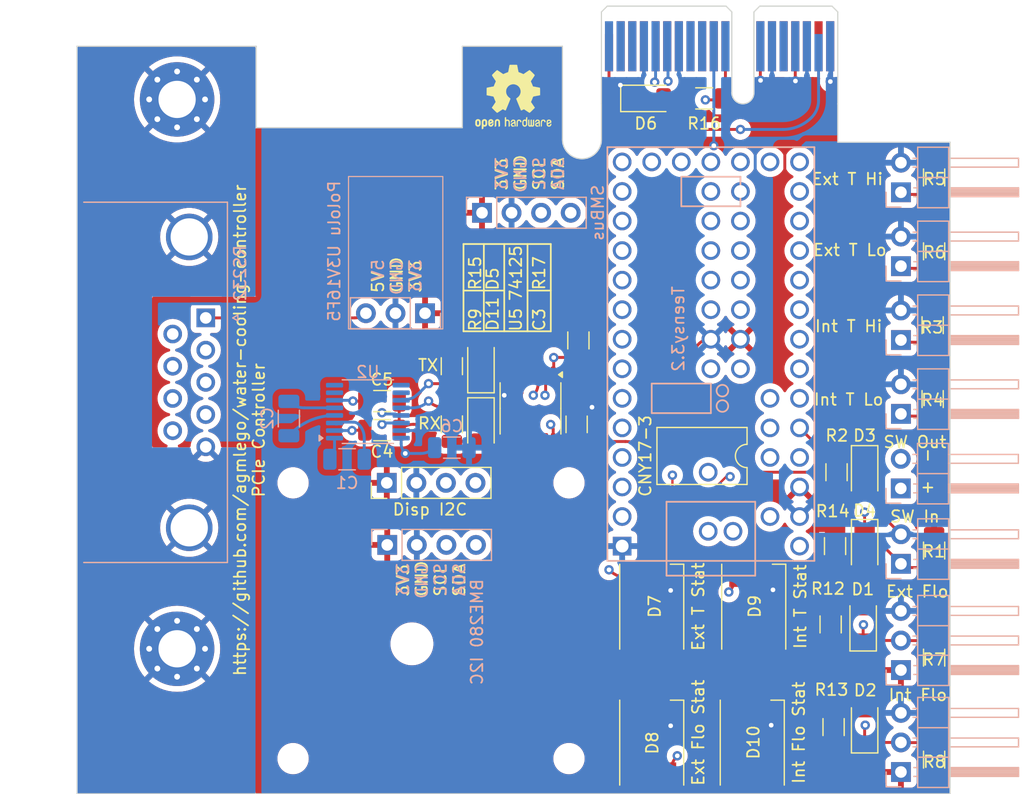
<source format=kicad_pcb>
(kicad_pcb (version 20240108) (generator "pcbnew") (generator_version "8.0")
  (layers (0 "F.Cu" signal) (1 "In1.Cu" signal) (2 "In2.Cu" signal) (31 "B.Cu" signal) (34 "B.Paste" user) (35 "F.Paste" user) (36 "B.SilkS" user "B.Silkscreen") (37 "F.SilkS" user "F.Silkscreen") (38 "B.Mask" user) (39 "F.Mask" user) (44 "Edge.Cuts" user))
  (net 0 "")
  (net 1 "GND")
  (net 2 "+5V")
  (net 3 "EXT_FLOW")
  (net 4 "Net-(D1-A)")
  (net 5 "INT_FLOW")
  (net 6 "Net-(D2-A)")
  (net 7 "Net-(D3-A)")
  (net 8 "FP_PWR_IN")
  (net 9 "Net-(D4-A)")
  (net 10 "Net-(D5-A)")
  (net 11 "Net-(D6-A)")
  (net 12 "Net-(D7-DOUT)")
  (net 13 "Net-(D7-DIN)")
  (net 14 "Net-(D8-DOUT)")
  (net 15 "Net-(D10-DIN)")
  (net 17 "Earth")
  (net 18 "/#PRSNT")
  (net 25 "#PERST")
  (net 30 "SMCLK")
  (net 31 "SMDAT")
  (net 33 "+3.3V")
  (net 38 "Net-(U2-C1+)")
  (net 41 "INT_TEMP_HI")
  (net 42 "GNDA")
  (net 43 "INT_TEMP_LO")
  (net 44 "EXT_TEMP_HI")
  (net 45 "EXT_TEMP_LO")
  (net 46 "I2C_SCL")
  (net 47 "I2C_SDA")
  (net 48 "/FP_PWR+")
  (net 49 "/FP_PWR-")
  (net 50 "FP_PWR_OUT")
  (net 64 "Net-(U2-C1-)")
  (net 65 "Net-(U2-C2+)")
  (net 67 "Net-(U2-C2-)")
  (net 86 "Net-(U2-VS+)")
  (net 87 "Net-(U2-VS-)")
  (net 105 "/232RX")
  (net 106 "/232TX")
  (net 107 "/TTLRX")
  (net 108 "/TTLTX")
  (net 109 "/RGB_EN")
  (net 110 "/RGB_DOUT")
  (net 111 "Net-(D11-A)")
  (footprint "Resistor_SMD:R_1206_3216Metric" (layer "F.Cu") (at 169.037 99.695 90)
    (property "Reference" "R12")
    (property "Value" "220" (hide yes))
  )
  (footprint "LED_SMD:LED_1206_3216Metric" (layer "F.Cu") (at 139 82.5 -90)
    (property "Reference" "D11")
    (property "Value" "GREEN")
  )
  (footprint "Resistor_SMD:R_1206_3216Metric" (layer "F.Cu") (at 177.927 102.5505 90)
    (property "Reference" "R7")
    (property "Value" "10k" (hide yes))
  )
  (footprint "Resistor_SMD:R_1206_3216Metric" (layer "F.Cu") (at 177.927 111.3175 90)
    (property "Reference" "R8")
    (property "Value" "10k" (hide yes))
  )
  (footprint "LED_SMD:LED_1206_3216Metric" (layer "F.Cu") (at 171.958 86.614 -90)
    (property "Reference" "D3")
    (property "Value" "GREEN" (hide yes))
  )
  (footprint "Package_DIP:SMDIP-6_W7.62mm" (layer "F.Cu") (at 157.988 85.217 -90)
    (property "Reference" "U3" (hide yes))
    (property "Value" "CNY17-3")
  )
  (footprint "Resistor_SMD:R_1206_3216Metric" (layer "F.Cu") (at 177.927 93.345 -90)
    (property "Reference" "R1")
    (property "Value" "10k" (hide yes))
  )
  (footprint "Resistor_SMD:R_1206_3216Metric" (layer "F.Cu") (at 177.8 73.9755 -90)
    (property "Reference" "R3")
    (property "Value" "100k" (hide yes))
  )
  (footprint "Resistor_SMD:R_1206_3216Metric" (layer "F.Cu") (at 147.3708 75.2856 -90)
    (property "Reference" "R17")
    (property "Value" "10k" (hide yes))
  )
  (footprint "LED_SMD:LED_WS2812B_PLCC4_5.0x5.0mm_P3.2mm" (layer "F.Cu") (at 162.433 98.171 90)
    (property "Reference" "D9")
    (property "Value" "Int T Stat")
  )
  (footprint "MountingHole:MountingHole_2.2mm_M2" (layer "F.Cu") (at 146.5616 111.2284)
    (property "Reference" "H6" (hide yes))
    (property "Value" "OLED" (hide yes))
  )
  (footprint "Resistor_SMD:R_1206_3216Metric" (layer "F.Cu") (at 169.545 86.614 90)
    (property "Reference" "R2")
    (property "Value" "200" (hide yes))
  )
  (footprint "Resistor_SMD:R_1206_3216Metric" (layer "F.Cu") (at 158.1765 54.483 180)
    (property "Reference" "R16")
    (property "Value" "220" (hide yes))
  )
  (footprint "Resistor_SMD:R_1206_3216Metric" (layer "F.Cu") (at 177.927 61.2755 -90)
    (property "Reference" "R5")
    (property "Value" "100k" (hide yes))
  )
  (footprint "Resistor_SMD:R_1206_3216Metric" (layer "F.Cu") (at 177.927 67.6255 -90)
    (property "Reference" "R6")
    (property "Value" "100k" (hide yes))
  )
  (footprint "LED_SMD:LED_1206_3216Metric" (layer "F.Cu") (at 153.289 54.483)
    (property "Reference" "D6")
    (property "Value" "GREEN" (hide yes))
  )
  (footprint "Capacitor_SMD:C_1206_3216Metric" (layer "F.Cu") (at 147.2184 82.4992 90)
    (property "Reference" "C3")
    (property "Value" "0.1uF" (hide yes))
  )
  (footprint "MountingHole:MountingHole_3.2mm_M3_Pad_Via" (layer "F.Cu") (at 112.9 54.57)
    (property "Reference" "H1" (hide yes))
    (property "Value" "PCIe Bracket" (hide yes))
  )
  (footprint "Connector_PinHeader_2.54mm:PinHeader_1x04_P2.54mm_Vertical" (layer "F.Cu") (at 130.9116 87.5284 90)
    (property "Reference" "J8" (hide yes))
    (property "Value" "Disp I2C")
  )
  (footprint "Symbol:OSHW-Logo2_7.3x6mm_SilkScreen" (layer "F.Cu") (at 141.7828 54.356)
    (property "Reference" "REF**" (hide yes))
    (property "Value" "OSHW-Logo2_7.3x6mm_SilkScreen" (hide yes))
  )
  (footprint "MountingHole:MountingHole_2.2mm_M2" (layer "F.Cu") (at 146.5616 87.5284)
    (property "Reference" "H4" (hide yes))
    (property "Value" "OLED" (hide yes))
  )
  (footprint "MountingHole:MountingHole_2.2mm_M2" (layer "F.Cu") (at 122.8616 111.2284)
    (property "Reference" "H5" (hide yes))
    (property "Value" "OLED" (hide yes))
  )
  (footprint "MountingHole:MountingHole_2.2mm_M2" (layer "F.Cu") (at 122.8616 87.5284)
    (property "Reference" "H3" (hide yes))
    (property "Value" "OLED" (hide yes))
  )
  (footprint "LED_SMD:LED_WS2812B_PLCC4_5.0x5.0mm_P3.2mm" (layer "F.Cu") (at 153.67 109.855 90)
    (property "Reference" "D8")
    (property "Value" "Ext Flo Stat")
  )
  (footprint "Capacitor_SMD:C_1206_3216Metric" (layer "F.Cu") (at 130.5 80.5)
    (property "Reference" "C5")
    (property "Value" "0.1uF")
  )
  (footprint "LED_SMD:LED_WS2812B_PLCC4_5.0x5.0mm_P3.2mm" (layer "F.Cu") (at 153.67 98.171 90)
    (property "Reference" "D7")
    (property "Value" "Ext T Stat")
  )
  (footprint "Resistor_SMD:R_1206_3216Metric" (layer "F.Cu") (at 136.5 82.5 -90)
    (property "Reference" "R9")
    (property "Value" "220")
  )
  (footprint "Resistor_SMD:R_1206_3216Metric" (layer "F.Cu") (at 169.291 108.5195 90)
    (property "Reference" "R13")
    (property "Value" "220" (hide yes))
  )
  (footprint "Capacitor_SMD:C_1206_3216Metric" (layer "F.Cu") (at 130.5 83 180)
    (property "Reference" "C4")
    (property "Value" "0.1uF")
  )
  (footprint "LED_SMD:LED_1206_3216Metric" (layer "F.Cu") (at 171.831 99.695 90)
    (property "Reference" "D1")
    (property "Value" "GREEN" (hide yes))
  )
  (footprint "LED_SMD:LED_1206_3216Metric" (layer "F.Cu") (at 139 77.5 90)
    (property "Reference" "D5")
    (property "Value" "GREEN" (hide yes))
  )
  (footprint "Package_SO:TSSOP-14_4.4x5mm_P0.65mm" (layer "F.Cu") (at 143.256 81.1276 -90)
    (property "Reference" "U5")
    (property "Value" "74125")
  )
  (footprint "LED_SMD:LED_1206_3216Metric" (layer "F.Cu") (at 171.958 108.458 90)
    (property "Reference" "D2")
    (property "Value" "GREEN" (hide yes))
  )
  (footprint "LED_SMD:LED_1206_3216Metric" (layer "F.Cu") (at 171.958 92.964 -90)
    (property "Reference" "D4")
    (property "Value" "GREEN" (hide yes))
  )
  (footprint "Resistor_SMD:R_1206_3216Metric" (layer "F.Cu") (at 169.418 92.964 -90)
    (property "Reference" "R14")
    (property "Value" "220" (hide yes))
  )
  (footprint "LED_SMD:LED_WS2812B_PLCC4_5.0x5.0mm_P3.2mm" (layer "F.Cu") (at 162.306 109.855 90)
    (property "Reference" "D10")
    (property "Value" "Int Flo Stat")
  )
  (footprint "Resistor_SMD:R_1206_3216Metric" (layer "F.Cu") (at 177.8 80.3255 -90)
    (property "Reference" "R4")
    (property "Value" "100k" (hide yes))
  )
  (footprint "Resistor_SMD:R_1206_3216Metric" (layer "F.Cu") (at 136.5 77.5 90)
    (property "Reference" "R15")
    (property "Value" "220" (hide yes))
  )
  (footprint "MountingHole:MountingHole_3.2mm_M3" (layer "F.Cu") (at 133.0706 101.3624)
    (property "Reference" "H7" (hide yes))
    (property "Value" "BME280" (hide yes))
  )
  (footprint "MountingHole:MountingHole_3.2mm_M3_Pad_Via" (layer "F.Cu") (at 112.9 101.79)
    (property "Reference" "H2" (hide yes))
    (property "Value" "PCIe Bracket" (hide yes))
  )
  (footprint "Capacitor_SMD:C_1206_3216Metric" (layer "B.Cu") (at 136.5 84.5 180)
    (property "Reference" "C6")
    (property "Value" "0.1uF")
  )
  (footprint "Connector_PinHeader_2.54mm:PinHeader_1x02_P2.54mm_Horizontal" (layer "B.Cu") (at 175.076 62.5505)
    (property "Reference" "J5" (hide yes))
    (property "Value" "Ext T Hi")
  )
  (footprint "Connector_Dsub:DSUB-9_Female_Horizontal_P2.77x2.84mm_EdgePinOffset7.70mm_Housed_MountingHolesOffset9.12mm" (layer "B.Cu") (at 115.362 73.35 90)
    (property "Reference" "J2" (hide yes))
    (property "Value" "RS232")
  )
  (footprint "Connector_PinHeader_2.54mm:PinHeader_1x02_P2.54mm_Horizontal" (layer "B.Cu") (at 175.076 94.488)
    (property "Reference" "J11" (hide yes))
    (property "Value" "SW In")
  )
  (footprint "Connector_PinHeader_2.54mm:PinHeader_1x03_P2.54mm_Horizontal" (layer "B.Cu") (at 175.076 112.38)
    (property "Reference" "J9" (hide yes))
    (property "Value" "Int Flo")
  )
  (footprint "Connector_PinHeader_2.54mm:PinHeader_1x02_P2.54mm_Horizontal" (layer "B.Cu") (at 175.063 88.006)
    (property "Reference" "J12" (hide yes))
    (property "Value" "SW Out")
  )
  (footprint "Connector_PinHeader_2.54mm:PinHeader_1x03_P2.54mm_Vertical" (layer "B.Cu") (at 134.1986 72.9488 90)
    (property "Reference" "U4" (hide yes))
    (property "Value" "Pololu U3V16F5")
  )
  (footprint "Capacitor_SMD:C_1206_3216Metric" (layer "B.Cu") (at 122.5 82 -90)
    (property "Reference" "C2")
    (property "Value" "0.1uF")
  )
  (footprint "Package_SO:TSSOP-16_4.4x5mm_P0.65mm" (layer "B.Cu") (at 129.286 81.407)
    (property "Reference" "U2")
    (property "Value" "MAX3232")
  )
  (footprint "Connector_PinHeader_2.54mm:PinHeader_1x04_P2.54mm_Vertical" (layer "B.Cu") (at 139.0904 64.3128 -90)
    (property "Reference" "J13" (hide yes))
    (property "Value" "SMBus")
  )
  (footprint "Connector_PinHeader_2.54mm:PinHeader_1x03_P2.54mm_Horizontal" (layer "B.Cu") (at 175.076 103.617)
    (property "Reference" "J10" (hide yes))
    (property "Value" "Ext Flo")
  )
  (footprint "Connector_PinHeader_2.54mm:PinHeader_1x02_P2.54mm_Horizontal" (layer "B.Cu") (at 175.076 81.6005)
    (property "Reference" "J4" (hide yes))
    (property "Value" "Int T Lo")
  )
  (footprint "Capacitor_SMD:C_1206_3216Metric" (layer "B.Cu") (at 127.5 85.5 180)
    (property "Reference" "C1")
    (property "Value" "0.1uF" (hide yes))
  )
  (footprint "Connector_PinHeader_2.54mm:PinHeader_1x04_P2.54mm_Vertical" (layer "B.Cu") (at 130.9506 92.8624 -90)
    (property "Reference" "J7" (hide yes))
    (property "Value" "BME280 I2C")
  )
  (footprint "Connector_PinHeader_2.54mm:PinHeader_1x02_P2.54mm_Horizontal" (layer "B.Cu") (at 175.076 68.9005)
    (property "Reference" "J6" (hide yes))
    (property "Value" "Ext T Lo")
  )
  (footprint "Connector_PCBEdge:BUS_PCIexpress_x1" (layer "B.Cu") (at 150 50)
    (property "Reference" "J1" (hide yes))
    (property "Value" "Bus_PCI_Express_x1" (hide yes))
    (fp_line (start -0.65 -2.95) (end -0.15 -3.45) (stroke (width 0.1)) (layer "Edge.Cuts"))
    (fp_line (start -0.65 4.95) (end -0.65 -2.95) (stroke (width 0.1)) (layer "Edge.Cuts"))
    (fp_line (start -0.15 -3.45) (end 10.05 -3.45) (stroke (width 0.1)) (layer "Edge.Cuts"))
    (fp_line (start 10.55 -2.95) (end 10.05 -3.45) (stroke (width 0.1)) (layer "Edge.Cuts"))
    (fp_line (start 10.55 4) (end 10.55 -2.95) (stroke (width 0.1)) (layer "Edge.Cuts"))
    (fp_line (start 12.45 -2.95) (end 12.95 -3.45) (stroke (width 0.1)) (layer "Edge.Cuts"))
    (fp_line (start 12.45 4) (end 12.45 -2.95) (stroke (width 0.1)) (layer "Edge.Cuts"))
    (fp_line (start 12.95 -3.45) (end 19.15 -3.45) (stroke (width 0.1)) (layer "Edge.Cuts"))
    (fp_line (start 19.65 -2.95) (end 19.15 -3.45) (stroke (width 0.1)) (layer "Edge.Cuts"))
    (fp_line (start 19.65 4.95) (end 19.65 -2.95) (stroke (width 0.1)) (layer "Edge.Cuts"))
    (fp_arc (start 12.45 4) (mid 11.5 4.95) (end 10.55 4) (stroke (width 0.1)) (layer "Edge.Cuts"))
  )
  (footprint "teensy:Teensy30_31_32_All_Pins" (layer "B.Cu") (at 158.75 76.454 90)
    (property "Reference" "U1" (hide yes))
    (property "Value" "Teensy3.2")
  )
  (footprint "Connector_PinHeader_2.54mm:PinHeader_1x02_P2.54mm_Horizontal" (layer "B.Cu") (at 175.076 75.2505)
    (property "Reference" "J3" (hide yes))
    (property "Value" "Int T Hi")
  )
  (gr_rect (start 127.6236 61.1973) (end 135.7236 74.2973) (stroke (width 0.1)) (fill none) (layer "B.SilkS"))
  (gr_line (start 141 71) (end 137.5 71) (stroke (width 0.15)) (layer "F.SilkS"))
  (gr_line (start 143 74.5) (end 143 67) (stroke (width 0.15)) (layer "F.SilkS"))
  (gr_line (start 145 74.5) (end 137.5 74.5) (stroke (width 0.15)) (layer "F.SilkS"))
  (gr_line (start 141 67) (end 141 74.5) (stroke (width 0.15)) (layer "F.SilkS"))
  (gr_line (start 137.5 67) (end 145 67) (stroke (width 0.15)) (layer "F.SilkS"))
  (gr_line (start 143 71) (end 145 71) (stroke (width 0.15)) (layer "F.SilkS"))
  (gr_line (start 145 67) (end 145 74.5) (stroke (width 0.15)) (layer "F.SilkS"))
  (gr_line (start 137.5 74.5) (end 137.5 67) (stroke (width 0.15)) (layer "F.SilkS"))
  (gr_line (start 139.25 74.5) (end 139.25 67) (stroke (width 0.15)) (layer "F.SilkS"))
  (gr_line (start 119.7 50) (end 119.7 57) (stroke (width 0.1)) (layer "Edge.Cuts"))
  (gr_line (start 104.3 50) (end 119.7 50) (stroke (width 0.1)) (layer "Edge.Cuts"))
  (gr_line (start 169.65 54.95) (end 169.65 58.25) (stroke (width 0.1)) (layer "Edge.Cuts"))
  (gr_line (start 137.4 57) (end 119.7 57) (stroke (width 0.1)) (layer "Edge.Cuts"))
  (gr_line (start 179.3 114.25) (end 179.3 58.25) (stroke (width 0.1)) (layer "Edge.Cuts"))
  (gr_line (start 146 50) (end 146 58) (stroke (width 0.1)) (layer "Edge.Cuts"))
  (gr_line (start 104.3 114.25) (end 179.3 114.25) (stroke (width 0.1)) (layer "Edge.Cuts"))
  (gr_arc (start 149.352 58) (mid 147.676 59.676) (end 146 58) (stroke (width 0.1)) (layer "Edge.Cuts"))
  (gr_line (start 149.352 58) (end 149.352 54.95) (stroke (width 0.1)) (layer "Edge.Cuts"))
  (gr_line (start 137.4 57) (end 137.4 50) (stroke (width 0.1)) (layer "Edge.Cuts"))
  (gr_line (start 104.3 50) (end 104.3 114.25) (stroke (width 0.1)) (layer "Edge.Cuts"))
  (gr_line (start 137.4 50) (end 146 50) (stroke (width 0.1)) (layer "Edge.Cuts"))
  (gr_line (start 179.3 58.25) (end 169.65 58.25) (stroke (width 0.1)) (layer "Edge.Cuts"))
  (gr_text "3V3\nGND\nSCL\nSDA" (at 146.2024 59.436 90) (layer "B.SilkS") (effects (font (size 1 1)) (justify left bottom mirror)))
  (gr_text "5V\nGND\n3V3" (at 133.9596 68.2244 90) (layer "B.SilkS") (effects (font (size 1 1)) (justify left bottom mirror)))
  (gr_text "3V3\nGND\nSCL\nSDA" (at 137.7188 94.3356 90) (layer "B.SilkS") (effects (font (size 1 1)) (justify left bottom mirror)))
  (gr_text "3V3\nGND\nSCL\nSDA" (at 137.7188 97.3836 90) (layer "F.SilkS") (effects (font (size 1 1)) (justify left bottom)))
  (gr_text "5V\nGND\n3V3" (at 133.9596 71.2724 90) (layer "F.SilkS") (effects (font (size 1 1)) (justify left bottom)))
  (gr_text "RX" (at 133.5 83 0) (layer "F.SilkS") (effects (font (size 1 1)) (justify left bottom)))
  (gr_text "https://github.com/agmlego/water-cooling-controller\nPCIe Controller" (at 120.5 83 90) (layer "F.SilkS") (effects (font (size 1 1)) (justify bottom)))
  (gr_text "+  -" (at 177.9016 88.646 90) (layer "F.SilkS") (effects (font (size 1 1)) (justify left bottom)))
  (gr_text "TX" (at 133.5 78 0) (layer "F.SilkS") (effects (font (size 1 1)) (justify left bottom)))
  (gr_text "3V3\nGND\nSCL\nSDA" (at 146.2024 62.484 90) (layer "F.SilkS") (effects (font (size 1 1)) (justify left bottom)))
  (segment (start 147.2184 81.0242) (end 148.534855 81.0242) (width 0.25) (layer "F.Cu") (net 1))
  (segment (start 139 78.9) (end 139 81.1) (width 0.25) (layer "F.Cu") (net 1))
  (segment (start 175.076 91.948) (end 173.971318 90.843318) (width 0.25) (layer "F.Cu") (net 1))
  (segment (start 141.306 78.2651) (end 140.532784 78.2651) (width 0.25) (layer "F.Cu") (net 1))
  (segment (start 169 50) (end 169 53.007196) (width 0.25) (layer "F.Cu") (net 1))
  (segment (start 164.083 95.721) (end 164.083 96.720786) (width 0.25) (layer "F.Cu") (net 1))
  (segment (start 131.975 80.5) (end 131.975 83) (width 0.25) (layer "F.Cu") (net 1))
  (segment (start 155.32 107.405) (end 155.32 108.348294) (width 0.25) (layer "F.Cu") (net 1))
  (segment (start 166 50) (end 166 52.949636) (width 0.25) (layer "F.Cu") (net 1))
  (segment (start 173.482 89.662) (end 173.482 87.385025) (width 0.25) (layer "F.Cu") (net 1))
  (segment (start 158.75 75.184) (end 158.653815 75.184) (width 0.25) (layer "F.Cu") (net 1))
  (segment (start 163.956 107.405) (end 163.956 108.297494) (width 0.25) (layer "F.Cu") (net 1))
  (segment (start 157.226 76.79142) (end 157.226 79.56737) (width 0.25) (layer "F.Cu") (net 1))
  (segment (start 141.306 78.2651) (end 141.306 79.261251) (width 0.25) (layer "F.Cu") (net 1))
  (segment (start 155.32 95.721) (end 155.32 96.715094) (width 0.25) (layer "F.Cu") (net 1))
  (segment (start 151.725234 54.087634) (end 150.9776 53.34) (width 0.25) (layer "F.Cu") (net 1))
  (segment (start 172.847 85.852) (end 172.386484 85.391484) (width 0.25) (layer "F.Cu") (net 1))
  (segment (start 163 50) (end 163 52.892076) (width 0.25) (layer "F.Cu") (net 1))
  (segment (start 135.620102 82.5) (end 133.182106 82.5) (width 0.25) (layer "F.Cu") (net 1))
  (segment (start 153 50) (end 153 51.800809) (width 0.25) (layer "F.Cu") (net 1))
  (via (at 155.2956 96.774) (size 0.8) (drill 0.4) (layers "F.Cu" "B.Cu") (net 1))
  (via (at 141 80) (size 0.8) (drill 0.4) (layers "F.Cu" "B.Cu") (net 1))
  (via (at 163.9316 108.3564) (size 0.8) (drill 0.4) (layers "F.Cu" "B.Cu") (net 1))
  (via (at 148.5392 81.026) (size 0.8) (drill 0.4) (layers "F.Cu" "B.Cu") (net 1))
  (via (at 166.0144 52.9844) (size 0.8) (drill 0.4) (layers "F.Cu" "B.Cu") (net 1))
  (via (at 150.9776 53.34) (size 0.8) (drill 0.4) (layers "F.Cu" "B.Cu") (net 1))
  (via (at 169.0116 53.0352) (size 0.8) (drill 0.4) (layers "F.Cu" "B.Cu") (net 1))
  (via (at 155.2956 108.4072) (size 0.8) (drill 0.4) (layers "F.Cu" "B.Cu") (net 1))
  (via (at 163.0172 52.9336) (size 0.8) (drill 0.4) (layers "F.Cu" "B.Cu") (net 1))
  (via (at 164.084 96.7232) (size 0.8) (drill 0.4) (layers "F.Cu" "B.Cu") (net 1))
  (arc (start 139 81.1) (mid 137.44929 82.136152) (end 135.620102 82.5) (width 0.25) (layer "F.Cu") (net 1))
  (arc (start 173.482 87.385025) (mid 173.316969 86.555358) (end 172.847 85.852) (width 0.25) (layer "F.Cu") (net 1))
  (arc (start 169 53.007196) (mid 169.003014 53.022351) (end 169.0116 53.0352) (width 0.25) (layer "F.Cu") (net 1))
  (arc (start 141.306 79.261251) (mid 141.226473 79.661059) (end 141 80) (width 0.25) (layer "F.Cu") (net 1))
  (arc (start 166 52.949636) (mid 166.003742 52.96845) (end 166.0144 52.9844) (width 0.25) (layer "F.Cu") (net 1))
  (arc (start 155.32 96.715094) (mid 155.313658 96.746973) (end 155.2956 96.774) (width 0.25) (layer "F.Cu") (net 1))
  (arc (start 155.32 108.348294) (mid 155.313658 108.380173) (end 155.2956 108.4072) (width 0.25) (layer "F.Cu") (net 1))
  (arc (start 172.386484 85.391484) (mid 172.189894 85.260126) (end 171.958 85.214) (width 0.25) (layer "F.Cu") (net 1))
  (arc (start 140.532784 78.2651) (mid 139.703248 78.430105) (end 139 78.9) (width 0.25) (layer "F.Cu") (net 1))
  (arc (start 163.956 108.297494) (mid 163.949658 108.329373) (end 163.9316 108.3564) (width 0.25) (layer "F.Cu") (net 1))
  (arc (start 153 51.800809) (mid 152.711261 53.2524) (end 151.889 54.483) (width 0.25) (layer "F.Cu") (net 1))
  (arc (start 158.653815 75.184) (mid 158.156015 75.283018) (end 157.734 75.565) (width 0.25) (layer "F.Cu") (net 1))
  (arc (start 157.226 79.56737) (mid 157.424037 80.56297) (end 157.988 81.407) (width 0.25) (layer "F.Cu") (net 1))
  (arc (start 173.971318 90.843318) (mid 173.60917 90.301325) (end 173.482 89.662) (width 0.25) (layer "F.Cu") (net 1))
  (arc (start 151.889 54.483) (mid 151.846439 54.269029) (end 151.725234 54.087634) (width 0.25) (layer "F.Cu") (net 1))
  (arc (start 163 52.892076) (mid 163.00447 52.914548) (end 163.0172 52.9336) (width 0.25) (layer "F.Cu") (net 1))
  (arc (start 157.734 75.565) (mid 157.358025 76.127686) (end 157.226 76.79142) (width 0.25) (layer "F.Cu") (net 1))
  (arc (start 148.534855 81.0242) (mid 148.537207 81.024668) (end 148.5392 81.026) (width 0.25) (layer "F.Cu") (net 1))
  (arc (start 133.182106 82.5) (mid 132.528825 82.629946) (end 131.975 83) (width 0.25) (layer "F.Cu") (net 1))
  (arc (start 164.083 96.720786) (mid 164.083259 96.722092) (end 164.084 96.7232) (width 0.25) (layer "F.Cu") (net 1))
  (segment (start 162.56 58.8264) (end 162.56 61.2648) (width 0.25) (layer "B.Cu") (net 1))
  (segment (start 166.6748 57.5056) (end 166.2684 57.912) (width 0.25) (layer "B.Cu") (net 1))
  (segment (start 133.922746 83.032) (end 132.1485 83.032) (width 0.25) (layer "B.Cu") (net 1))
  (segment (start 166.2684 57.912) (end 164.4904 57.912) (width 0.25) (layer "B.Cu") (net 1))
  (segment (start 114.1476 72.136) (end 116.6368 72.136) (width 0.25) (layer "B.Cu") (net 1))
  (segment (start 134 83) (end 134.109255 83.109255) (width 0.25) (layer "B.Cu") (net 1))
  (arc (start 134.109255 83.109255) (mid 134.023684 83.052078) (end 133.922746 83.032) (width 0.25) (layer "B.Cu") (net 1))
  (segment (start 157.8864 109.8804) (end 157.8864 98.8568) (width 0.25) (layer "F.Cu") (net 2))
  (segment (start 152.7048 99.314) (end 152.459962 99.558838) (width 0.25) (layer "F.Cu") (net 2))
  (segment (start 115.362 73.35) (end 128.150018 73.35) (width 0.25) (layer "F.Cu") (net 2))
  (segment (start 160.656 112.305) (end 160.656 111.932555) (width 0.25) (layer "F.Cu") (net 2))
  (segment (start 145.206 82.949648) (end 145.206 83.9901) (width 0.25) (layer "F.Cu") (net 2))
  (segment (start 160.1216 110.6424) (end 160.006179 110.526979) (width 0.25) (layer "F.Cu") (net 2))
  (segment (start 158.89518 98.8568) (end 157.8864 98.8568) (width 0.25) (layer "F.Cu") (net 2))
  (segment (start 153.924 98.8568) (end 153.808578 98.8568) (width 0.25) (layer "F.Cu") (net 2))
  (segment (start 151.407273 83.9742) (end 147.2184 83.9742) (width 0.25) (layer "F.Cu") (net 2))
  (segment (start 144.987347 82.512653) (end 145.054516 82.583934) (width 0.25) (layer "F.Cu") (net 2))
  (segment (start 160.362413 99.605613) (end 160.1216 99.3648) (width 0.25) (layer "F.Cu") (net 2))
  (segment (start 153.924 98.8568) (end 153.924 86.134262) (width 0.25) (layer "F.Cu") (net 2))
  (segment (start 157.8864 98.8568) (end 153.924 98.8568) (width 0.25) (layer "F.Cu") (net 2))
  (segment (start 158.4452 109.8804) (end 157.8864 109.8804) (width 0.25) (layer "F.Cu") (net 2))
  (segment (start 157.8864 109.8804) (end 154.053862 109.8804) (width 0.25) (layer "F.Cu") (net 2))
  (segment (start 152.02 112.092453) (end 152.02 112.305) (width 0.25) (layer "F.Cu") (net 2))
  (segment (start 147.2184 83.9742) (end 145.244385 83.9742) (width 0.25) (layer "F.Cu") (net 2))
  (via (at 144.987347 82.512653) (size 0.8) (drill 0.4) (layers "F.Cu" "B.Cu") (net 2))
  (arc (start 153.808578 98.8568) (mid 153.211218 98.975622) (end 152.7048 99.314) (width 0.25) (layer "F.Cu") (net 2))
  (arc (start 145.244385 83.9742) (mid 145.223612 83.978332) (end 145.206 83.9901) (width 0.25) (layer "F.Cu") (net 2))
  (arc (start 160.006179 110.526979) (mid 159.289997 110.04844) (end 158.4452 109.8804) (width 0.25) (layer "F.Cu") (net 2))
  (arc (start 145.054516 82.583934) (mid 145.16663 82.751725) (end 145.206 82.949648) (width 0.25) (layer "F.Cu") (net 2))
  (arc (start 160.783 100.621) (mid 160.673693 100.071477) (end 160.362413 99.605613) (width 0.25) (layer "F.Cu") (net 2))
  (arc (start 152.7048 110.4392) (mid 152.197974 111.197719) (end 152.02 112.092453) (width 0.25) (layer "F.Cu") (net 2))
  (arc (start 160.1216 99.3648) (mid 159.558914 98.988825) (end 158.89518 98.8568) (width 0.25) (layer "F.Cu") (net 2))
  (arc (start 153.924 86.134262) (mid 153.778773 85.404155) (end 153.3652 84.7852) (width 0.25) (layer "F.Cu") (net 2))
  (arc (start 154.053862 109.8804) (mid 153.323755 110.025627) (end 152.7048 110.4392) (width 0.25) (layer "F.Cu") (net 2))
  (arc (start 160.656 111.932555) (mid 160.517115 111.234329) (end 160.1216 110.6424) (width 0.25) (layer "F.Cu") (net 2))
  (arc (start 153.3652 84.7852) (mid 152.466896 84.184972) (end 151.407273 83.9742) (width 0.25) (layer "F.Cu") (net 2))
  (arc (start 152.459962 99.558838) (mid 152.134342 100.046161) (end 152.02 100.621) (width 0.25) (layer "F.Cu") (net 2))
  (arc (start 128.150018 73.35) (mid 128.674211 73.245731) (end 129.1186 72.9488) (width 0.25) (layer "F.Cu") (net 2))
  (segment (start 171.831 101.095) (end 171.831 99.781721) (width 0.25) (layer "F.Cu") (net 3))
  (segment (start 177.927 101.088) (end 175.102556 101.088) (width 0.25) (layer "F.Cu") (net 3))
  (segment (start 175.076 101.077) (end 171.874455 101.077) (width 0.25) (layer "F.Cu") (net 3))
  (via (at 171.8564 99.7204) (size 0.8) (drill 0.4) (layers "F.Cu" "B.Cu") (net 3))
  (arc (start 171.831 99.781721) (mid 171.837601 99.748535) (end 171.8564 99.7204) (width 0.25) (layer "F.Cu") (net 3))
  (arc (start 171.874455 101.077) (mid 171.850938 101.081678) (end 171.831 101.095) (width 0.25) (layer "F.Cu") (net 3))
  (arc (start 175.102556 101.088) (mid 175.088184 101.085141) (end 175.076 101.077) (width 0.25) (layer "F.Cu") (net 3))
  (segment (start 171.831 98.295) (end 169.187888 98.295) (width 0.25) (layer "F.Cu") (net 4))
  (arc (start 169.187888 98.295) (mid 169.106228 98.278757) (end 169.037 98.2325) (width 0.25) (layer "F.Cu") (net 4))
  (segment (start 171.958 109.858) (end 171.958 108.479042) (width 0.25) (layer "F.Cu") (net 5))
  (segment (start 177.927 109.855) (end 175.112213 109.855) (width 0.25) (layer "F.Cu") (net 5))
  (segment (start 175.076 109.84) (end 172.001455 109.84) (width 0.25) (layer "F.Cu") (net 5))
  (via (at 172.0088 108.3564) (size 0.8) (drill 0.4) (layers "F.Cu" "B.Cu") (net 5))
  (arc (start 171.958 108.479042) (mid 171.971202 108.412669) (end 172.0088 108.3564) (width 0.25) (layer "F.Cu") (net 5))
  (arc (start 175.112213 109.855) (mid 175.092615 109.851102) (end 175.076 109.84) (width 0.25) (layer "F.Cu") (net 5))
  (arc (start 172.001455 109.84) (mid 171.977938 109.844678) (end 171.958 109.858) (width 0.25) (layer "F.Cu") (net 5))
  (segment (start 171.958 107.058) (end 169.293414 107.058) (width 0.25) (layer "F.Cu") (net 6))
  (arc (start 169.293414 107.058) (mid 169.292108 107.057741) (end 169.291 107.057) (width 0.25) (layer "F.Cu") (net 6))
  (segment (start 160.528 81.407) (end 160.528 85.186185) (width 0.25) (layer "F.Cu") (net 7))
  (segment (start 162.13542 86.614) (end 166.878 86.614) (width 0.25) (layer "F.Cu") (net 7))
  (segment (start 168.93421 87.46571) (end 169.545 88.0765) (width 0.25) (layer "F.Cu") (net 7))
  (segment (start 171.958 88.014) (end 169.695888 88.014) (width 0.25) (layer "F.Cu") (net 7))
  (arc (start 166.878 86.614) (mid 167.990813 86.835352) (end 168.93421 87.46571) (width 0.25) (layer "F.Cu") (net 7))
  (arc (start 160.909 86.106) (mid 161.471687 86.481975) (end 162.13542 86.614) (width 0.25) (layer "F.Cu") (net 7))
  (arc (start 169.695888 88.014) (mid 169.614228 88.030243) (end 169.545 88.0765) (width 0.25) (layer "F.Cu") (net 7))
  (arc (start 160.528 85.186185) (mid 160.627019 85.683986) (end 160.909 86.106) (width 0.25) (layer "F.Cu") (net 7))
  (segment (start 175.076 94.488) (end 172.289179 91.701179) (width 0.25) (layer "F.Cu") (net 8))
  (segment (start 171.958 91.564) (end 171.958 90.043) (width 0.25) (layer "F.Cu") (net 8))
  (segment (start 177.927 94.8075) (end 175.847341 94.8075) (width 0.25) (layer "F.Cu") (net 8))
  (via (at 171.958 90.043) (size 0.8) (drill 0.4) (layers "F.Cu" "B.Cu") (net 8))
  (arc (start 175.847341 94.8075) (mid 175.429895 94.724465) (end 175.076 94.488) (width 0.25) (layer "F.Cu") (net 8))
  (arc (start 172.289179 91.701179) (mid 172.137234 91.599652) (end 171.958 91.564) (width 0.25) (layer "F.Cu") (net 8))
  (segment (start 171.958 94.364) (end 169.568888 94.364) (width 0.25) (layer "F.Cu") (net 9))
  (arc (start 169.568888 94.364) (mid 169.487228 94.380243) (end 169.418 94.4265) (width 0.25) (layer "F.Cu") (net 9))
  (segment (start 136.5 76.0375) (end 138.849112 76.0375) (width 0.25) (layer "F.Cu") (net 10))
  (arc (start 138.849112 76.0375) (mid 138.930772 76.053744) (end 139 76.1) (width 0.25) (layer "F.Cu") (net 10))
  (segment (start 154.689 54.483) (end 156.714 54.483) (width 0.25) (layer "F.Cu") (net 11))
  (segment (start 153.341583 104.214417) (end 154.178023 103.377978) (width 0.25) (layer "F.Cu") (net 12))
  (arc (start 153.341583 104.214417) (mid 152.363468 105.678269) (end 152.02 107.405) (width 0.25) (layer "F.Cu") (net 12))
  (arc (start 155.32 100.621) (mid 155.02321 102.113065) (end 154.178023 103.377978) (width 0.25) (layer "F.Cu") (net 12))
  (segment (start 152.02 95.721) (end 151.740647 95.721) (width 0.25) (layer "F.Cu") (net 13))
  (segment (start 143.906 78.2651) (end 143.906 79.01983) (width 0.25) (layer "F.Cu") (net 13))
  (via (at 150 95) (size 0.8) (drill 0.4) (layers "F.Cu" "B.Cu") (net 13))
  (via (at 143.5 80) (size 0.8) (drill 0.4) (layers "F.Cu" "B.Cu") (net 13))
  (arc (start 143.906 79.01983) (mid 143.800484 79.550294) (end 143.5 80) (width 0.25) (layer "F.Cu") (net 13))
  (arc (start 151.740647 95.721) (mid 150.798615 95.533618) (end 150 95) (width 0.25) (layer "F.Cu") (net 13))
  (via (at 160.290571 96.909829) (size 0.8) (drill 0.4) (layers "F.Cu" "B.Cu") (net 14))
  (via (at 155.866311 110.98609) (size 0.8) (drill 0.4) (layers "F.Cu" "B.Cu") (net 14))
  (arc (start 160.290571 96.909829) (mid 160.655022 96.36439) (end 160.783 95.721) (width 0.25) (layer "F.Cu") (net 14))
  (arc (start 155.32 112.305) (mid 155.461981 111.591211) (end 155.866311 110.98609) (width 0.25) (layer "F.Cu") (net 14))
  (segment (start 162.923062 103.421338) (end 161.86982 104.47458) (width 0.25) (layer "F.Cu") (net 15))
  (arc (start 161.86982 104.47458) (mid 160.971461 105.819068) (end 160.656 107.405) (width 0.25) (layer "F.Cu") (net 15))
  (arc (start 164.083 100.621) (mid 163.781542 102.136532) (end 162.923062 103.421338) (width 0.25) (layer "F.Cu") (net 15))
  (segment (start 150 50.55) (end 150 54.88636) (width 0.25) (layer "F.Cu") (net 18))
  (segment (start 152.46163 57.15) (end 161.29 57.15) (width 0.25) (layer "F.Cu") (net 18))
  (via (at 161.29 57.15) (size 0.8) (drill 0.4) (layers "F.Cu" "B.Cu") (net 18))
  (arc (start 150.622 56.388) (mid 151.466029 56.951963) (end 152.46163 57.15) (width 0.25) (layer "F.Cu") (net 18))
  (arc (start 150 54.88636) (mid 150.161652 55.699042) (end 150.622 56.388) (width 0.25) (layer "F.Cu") (net 18))
  (segment (start 164.93316 57.15) (end 161.29 57.15) (width 0.25) (layer "B.Cu") (net 18))
  (segment (start 168 50.55) (end 168 54.651673) (width 0.25) (layer "B.Cu") (net 18))
  (arc (start 168 54.651673) (mid 167.840427 55.453902) (end 167.386 56.134) (width 0.25) (layer "B.Cu") (net 18))
  (arc (start 167.386 56.134) (mid 166.260627 56.88595) (end 164.93316 57.15) (width 0.25) (layer "B.Cu") (net 18))
  (segment (start 160 50) (end 160 53.611469) (width 0.25) (layer "F.Cu") (net 25))
  (segment (start 158.2795 54.61) (end 159.332395 54.61) (width 0.25) (layer "F.Cu") (net 25))
  (via (at 158.2795 54.61) (size 0.8) (drill 0.4) (layers "F.Cu" "B.Cu") (net 25))
  (arc (start 160 53.611469) (mid 159.906179 54.083138) (end 159.639 54.483) (width 0.25) (layer "F.Cu") (net 25))
  (arc (start 159.332395 54.61) (mid 159.498328 54.576994) (end 159.639 54.483) (width 0.25) (layer "F.Cu") (net 25))
  (via (at 153.924 53.086) (size 0.8) (drill 0.4) (layers "F.Cu" "B.Cu") (net 30))
  (segment (start 154 50) (end 154 52.90252) (width 0.25) (layer "B.Cu") (net 30))
  (arc (start 154 52.90252) (mid 153.980248 53.001818) (end 153.924 53.086) (width 0.25) (layer "B.Cu") (net 30))
  (via (at 155.067301 53.008506) (size 0.8) (drill 0.4) (layers "F.Cu" "B.Cu") (net 31))
  (segment (start 155.067301 53.008506) (end 155.067301 50.162478) (width 0.25) (layer "B.Cu") (net 31))
  (arc (start 155.067301 50.162478) (mid 155.04981 50.074546) (end 155 50) (width 0.25) (layer "B.Cu") (net 31))
  (segment (start 142.5315 79.8068) (end 142.5315 78.444958) (width 0.25) (layer "F.Cu") (net 33))
  (segment (start 143.906 83.9901) (end 143.906 82.524307) (width 0.25) (layer "F.Cu") (net 33))
  (segment (start 165.1 58.166) (end 165.1 61.6204) (width 0.25) (layer "F.Cu") (net 33))
  (segment (start 142.606 83.9901) (end 142.606 85.744094) (width 0.25) (layer "F.Cu") (net 33))
  (segment (start 143.906 83.9901) (end 143.906 85.449666) (width 0.25) (layer "F.Cu") (net 33))
  (via (at 159.004 58.547) (size 0.8) (drill 0.4) (layers "F.Cu" "B.Cu") (net 33))
  (via (at 132.5 85) (size 0.8) (drill 0.4) (layers "F.Cu" "B.Cu") (net 33))
  (arc (start 142.606 85.744094) (mid 142.578451 85.882589) (end 142.5 86) (width 0.25) (layer "F.Cu") (net 33))
  (arc (start 143.906 82.524307) (mid 143.908703 82.51072) (end 143.9164 82.4992) (width 0.25) (layer "F.Cu") (net 33))
  (arc (start 142.5315 78.444958) (mid 142.550862 78.34762) (end 142.606 78.2651) (width 0.25) (layer "F.Cu") (net 33))
  (arc (start 143.906 85.449666) (mid 143.8955 85.502451) (end 143.8656 85.5472) (width 0.25) (layer "F.Cu") (net 33))
  (segment (start 159.004 58.547) (end 159.004 50.009656) (width 0.25) (layer "B.Cu") (net 33))
  (segment (start 132.5 85) (end 133.817894 85) (width 0.25) (layer "B.Cu") (net 33))
  (segment (start 132.1485 83.682) (end 132.1485 84.151404) (width 0.25) (layer "B.Cu") (net 33))
  (arc (start 132.1485 84.151404) (mid 132.239852 84.61066) (end 132.5 85) (width 0.25) (layer "B.Cu") (net 33))
  (arc (start 133.817894 85) (mid 134.471175 84.870054) (end 135.025 84.5) (width 0.25) (layer "B.Cu") (net 33))
  (arc (start 159.004 50.009656) (mid 159.002965 50.00443) (end 159 50) (width 0.25) (layer "B.Cu") (net 33))
  (segment (start 126.4235 83.682) (end 126.4235 84.537936) (width 0.25) (layer "B.Cu") (net 38))
  (arc (start 126.4235 84.537936) (mid 126.319933 85.058601) (end 126.025 85.5) (width 0.25) (layer "B.Cu") (net 38))
  (segment (start 177.8 75.438) (end 175.528665 75.438) (width 0.25) (layer "F.Cu") (net 41))
  (arc (start 175.528665 75.438) (mid 175.283684 75.38927) (end 175.076 75.2505) (width 0.25) (layer "F.Cu") (net 41))
  (segment (start 177.8 81.788) (end 175.528665 81.788) (width 0.25) (layer "F.Cu") (net 43))
  (arc (start 175.528665 81.788) (mid 175.283684 81.73927) (end 175.076 81.6005) (width 0.25) (layer "F.Cu") (net 43))
  (segment (start 175.528665 62.738) (end 177.927 62.738) (width 0.25) (layer "F.Cu") (net 44))
  (arc (start 175.076 62.5505) (mid 175.283684 62.68927) (end 175.528665 62.738) (width 0.25) (layer "F.Cu") (net 44))
  (segment (start 177.927 69.088) (end 175.528665 69.088) (width 0.25) (layer "F.Cu") (net 45))
  (arc (start 175.528665 69.088) (mid 175.283684 69.03927) (end 175.076 68.9005) (width 0.25) (layer "F.Cu") (net 45))
  (segment (start 160.401 86.995) (end 160.07 86.995) (width 0.2) (layer "F.Cu") (net 48))
  (segment (start 160.07 86.995) (end 158.073356 88.991644) (width 0.2) (layer "F.Cu") (net 48))
  (via (at 160.401 86.995) (size 0.8) (drill 0.4) (layers "F.Cu" "B.Cu") (net 48))
  (arc (start 158.073356 88.991644) (mid 158.034195 89.017811) (end 157.988 89.027) (width 0.2) (layer "F.Cu") (net 48))
  (segment (start 155.448 86.868) (end 155.448 89.027) (width 0.2) (layer "F.Cu") (net 49))
  (via (at 155.448 86.868) (size 0.8) (drill 0.4) (layers "F.Cu" "B.Cu") (net 49))
  (segment (start 166.37 82.804) (end 168.132369 84.566369) (width 0.25) (layer "F.Cu") (net 50))
  (arc (start 168.132369 84.566369) (mid 168.780489 84.999429) (end 169.545 85.1515) (width 0.25) (layer "F.Cu") (net 50))
  (segment (start 126.4235 82.382) (end 126.482358 82.435385) (width 0.25) (layer "B.Cu") (net 64))
  (segment (start 126.979825 82.341696) (end 127.007025 82.324428) (width 0.25) (layer "B.Cu") (net 64))
  (segment (start 128.975 83.646751) (end 128.975 85.5) (width 0.25) (layer "B.Cu") (net 64))
  (segment (start 127.047223 82.307) (end 128.034057 82.307) (width 0.25) (layer "B.Cu") (net 64))
  (segment (start 126.482358 82.435385) (end 126.496911 82.448778) (width 0.25) (layer "B.Cu") (net 64))
  (segment (start 126.496911 82.448778) (end 126.533418 82.463913) (width 0.25) (layer "B.Cu") (net 64))
  (segment (start 126.533418 82.463913) (end 126.658676 82.461044) (width 0.25) (layer "B.Cu") (net 64))
  (segment (start 126.658676 82.461044) (end 126.785937 82.445415) (width 0.25) (layer "B.Cu") (net 64))
  (segment (start 127.029175 82.314476) (end 127.047223 82.307) (width 0.25) (layer "B.Cu") (net 64))
  (segment (start 126.785937 82.445415) (end 126.890536 82.422651) (width 0.25) (layer "B.Cu") (net 64))
  (segment (start 126.890536 82.422651) (end 126.948227 82.370341) (width 0.25) (layer "B.Cu") (net 64))
  (segment (start 126.948227 82.370341) (end 126.979825 82.341696) (width 0.25) (layer "B.Cu") (net 64))
  (segment (start 127.007025 82.324428) (end 127.029175 82.314476) (width 0.25) (layer "B.Cu") (net 64))
  (arc (start 128.034057 82.307) (mid 128.286223 82.357159) (end 128.5 82.5) (width 0.25) (layer "B.Cu") (net 64))
  (arc (start 128.5 82.5) (mid 128.851551 83.026134) (end 128.975 83.646751) (width 0.25) (layer "B.Cu") (net 64))
  (segment (start 122.701153 83.273846) (end 122.5 83.475) (width 0.25) (layer "B.Cu") (net 65))
  (arc (start 126.4235 81.732) (mid 124.408981 82.132713) (end 122.701153 83.273846) (width 0.25) (layer "B.Cu") (net 65))
  (segment (start 126.4235 81.082) (end 123.844716 81.082) (width 0.25) (layer "B.Cu") (net 67))
  (arc (start 123.844716 81.082) (mid 123.116961 80.93724) (end 122.5 80.525) (width 0.25) (layer "B.Cu") (net 67))
  (segment (start 128 83) (end 129.025 83) (width 0.25) (layer "F.Cu") (net 86))
  (via (at 127.922746 83.032) (size 0.8) (drill 0.4) (layers "F.Cu" "B.Cu") (net 86))
  (arc (start 128 83) (mid 127.958191 83.008316) (end 127.922746 83.032) (width 0.25) (layer "F.Cu") (net 86))
  (segment (start 126.4235 83.032) (end 127.922746 83.032) (width 0.25) (layer "B.Cu") (net 86))
  (segment (start 129.025 80.5) (end 128 80.5) (width 0.25) (layer "F.Cu") (net 87))
  (via (at 128 80.5) (size 0.8) (drill 0.4) (layers "F.Cu" "B.Cu") (net 87))
  (segment (start 126.4235 80.432) (end 127.835834 80.432) (width 0.25) (layer "B.Cu") (net 87))
  (arc (start 127.835834 80.432) (mid 127.92468 80.449673) (end 128 80.5) (width 0.25) (layer "B.Cu") (net 87))
  (via (at 130.5 81.5) (size 0.8) (drill 0.4) (layers "F.Cu" "B.Cu") (net 105))
  (segment (start 131.755667 81.674862) (end 131.638127 81.607) (width 0.25) (layer "B.Cu") (net 105))
  (segment (start 132.060097 81.732) (end 131.956262 81.728611) (width 0.25) (layer "B.Cu") (net 105))
  (segment (start 131.638127 81.607) (end 130.75832 81.607) (width 0.25) (layer "B.Cu") (net 105))
  (segment (start 132.1485 81.732) (end 132.060097 81.732) (width 0.25) (layer "B.Cu") (net 105))
  (segment (start 131.956262 81.728611) (end 131.755667 81.674862) (width 0.25) (layer "B.Cu") (net 105))
  (arc (start 130.75832 81.607) (mid 130.618518 81.579192) (end 130.5 81.5) (width 0.25) (layer "B.Cu") (net 105))
  (via (at 130.5 82.5) (size 0.8) (drill 0.4) (layers "F.Cu" "B.Cu") (net 106))
  (segment (start 130.5 82.5) (end 130.500014 82.5) (width 0.25) (layer "B.Cu") (net 106))
  (segment (start 132.1485 82.382) (end 130.784877 82.382) (width 0.25) (layer "B.Cu") (net 106))
  (arc (start 130.784877 82.382) (mid 130.630703 82.412667) (end 130.5 82.5) (width 0.25) (layer "B.Cu") (net 106))
  (segment (start 135.797639 81.0375) (end 136.5 81.0375) (width 0.25) (layer "F.Cu") (net 107))
  (via (at 134.5 80.5) (size 0.8) (drill 0.4) (layers "F.Cu" "B.Cu") (net 107))
  (arc (start 134.5 80.5) (mid 135.095362 80.897808) (end 135.797639 81.0375) (width 0.25) (layer "F.Cu") (net 107))
  (segment (start 132.1485 81.082) (end 133.094928 81.082) (width 0.25) (layer "B.Cu") (net 107))
  (arc (start 133.094928 81.082) (mid 133.855347 80.930743) (end 134.5 80.5) (width 0.25) (layer "B.Cu") (net 107))
  (segment (start 134.5 79) (end 136.409467 79) (width 0.25) (layer "F.Cu") (net 108))
  (via (at 134.5 79) (size 0.8) (drill 0.4) (layers "F.Cu" "B.Cu") (net 108))
  (arc (start 136.409467 79) (mid 136.458463 78.990254) (end 136.5 78.9625) (width 0.25) (layer "F.Cu") (net 108))
  (segment (start 132.1485 80.432) (end 132.189351 80.393731) (width 0.25) (layer "B.Cu") (net 108))
  (segment (start 133.681848 79.81505) (end 134.494704 79.002194) (width 0.25) (layer "B.Cu") (net 108))
  (segment (start 133.455943 79.988387) (end 133.681848 79.81505) (width 0.25) (layer "B.Cu") (net 108))
  (segment (start 134.494704 79.002194) (end 134.5 79) (width 0.25) (layer "B.Cu") (net 108))
  (segment (start 132.246553 80.35279) (end 132.576197 80.35279) (width 0.25) (layer "B.Cu") (net 108))
  (segment (start 132.189351 80.393731) (end 132.246553 80.35279) (width 0.25) (layer "B.Cu") (net 108))
  (arc (start 132.576197 80.35279) (mid 132.995341 80.280065) (end 133.367394 80.072716) (width 0.25) (layer "B.Cu") (net 108))
  (segment (start 145.2505 76.7588) (end 145.2505 78.157668) (width 0.25) (layer "F.Cu") (net 109))
  (segment (start 147.3708 76.7481) (end 145.276332 76.7481) (width 0.25) (layer "F.Cu") (net 109))
  (via (at 145.2505 76.7588) (size 0.8) (drill 0.4) (layers "F.Cu" "B.Cu") (net 109))
  (arc (start 145.276332 76.7481) (mid 145.262352 76.750881) (end 145.2505 76.7588) (width 0.25) (layer "F.Cu") (net 109))
  (arc (start 145.2505 78.157668) (mid 145.238935 78.215809) (end 145.206 78.2651) (width 0.25) (layer "F.Cu") (net 109))
  (segment (start 144.556 78.2651) (end 144.556 79.864805) (width 0.25) (layer "F.Cu") (net 110))
  (via (at 144.5 80) (size 0.8) (drill 0.4) (layers "F.Cu" "B.Cu") (net 110))
  (arc (start 144.556 79.864805) (mid 144.541446 79.937972) (end 144.5 80) (width 0.25) (layer "F.Cu") (net 110))
  (segment (start 136.5 83.9625) (end 138.849112 83.9625) (width 0.25) (layer "F.Cu") (net 111))
  (arc (start 138.849112 83.9625) (mid 138.930772 83.946256) (end 139 83.9) (width 0.25) (layer "F.Cu") (net 111))
  (zone (net 33) (net_name "+3.3V") (layer "F.Cu") (priority 2) (connect_pads (clearance 0.5)) (min_thickness 0.25) (fill yes (thermal_gap 0.5) (thermal_bridge_width 0.5))
    (polygon (pts (xy 179.324 50.038) (xy 179.324 114.3) (xy 119.634 114.3) (xy 119.634 84.4804) (xy 110.744 84.4804) (xy 110.744 71.5264) (xy 119.634 71.5264) (xy 119.634 50.038)))
  )
  (zone (net 17) (net_name "Earth") (layers "F&B.Cu") (priority 1) (connect_pads (clearance 0.5)) (min_thickness 0.25) (fill yes (thermal_gap 0.5) (thermal_bridge_width 0.5))
    (polygon (pts (xy 119.634 50.038) (xy 119.634 71.5264) (xy 110.744 71.5264) (xy 110.744 84.4804) (xy 119.634 84.4804) (xy 119.634 114.3) (xy 104.14 114.3) (xy 104.14 50.038)))
  )
  (zone (net 42) (net_name "GNDA") (layer "B.Cu") (priority 3) (connect_pads (clearance 0.5)) (min_thickness 0.25) (fill yes (thermal_gap 0.5) (thermal_bridge_width 0.5))
    (polygon (pts (xy 179.324 58.166) (xy 179.324 91.313) (xy 164.592 91.313) (xy 164.592 58.166)))
  )
  (zone (net 1) (net_name "GND") (layer "B.Cu") (connect_pads (clearance 0.5)) (min_thickness 0.25) (fill yes (thermal_gap 0.5) (thermal_bridge_width 0.5))
    (polygon (pts (xy 119.634 50.038) (xy 179.324 50.038) (xy 179.324 58.166) (xy 164.592 58.166) (xy 164.592 91.313) (xy 179.324 91.313) (xy 179.324 114.3) (xy 119.634 114.3) (xy 119.634 84.4804) (xy 110.744 84.4804) (xy 110.744 71.5264) (xy 119.634 71.5264)))
  )
)
</source>
